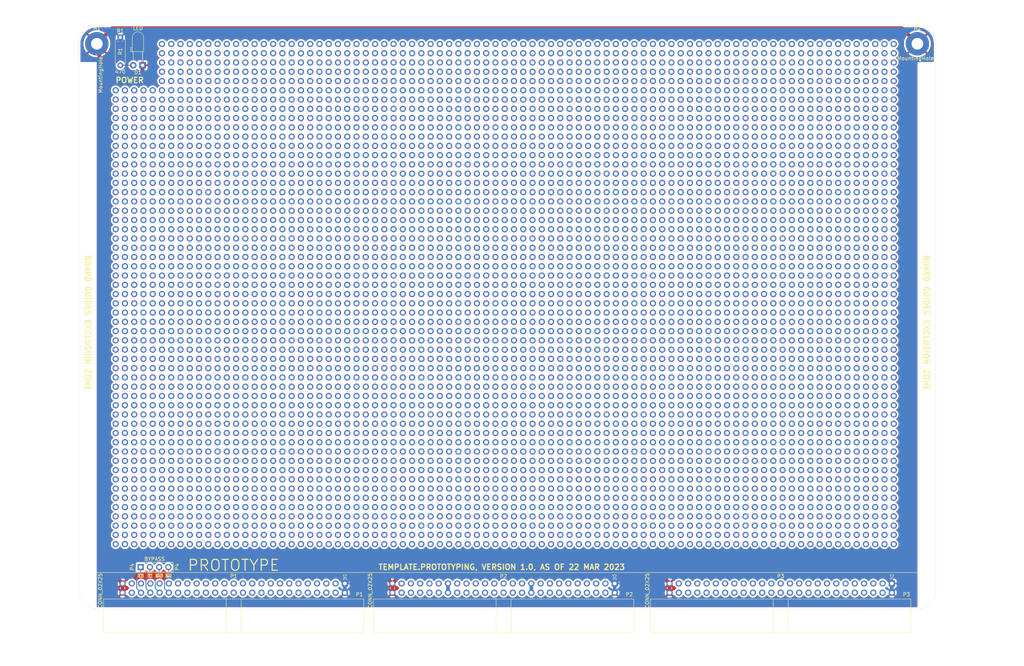
<source format=kicad_pcb>
(kicad_pcb (version 20211014) (generator pcbnew)
  (layers (0 "F.Cu" signal) (31 "B.Cu" signal) (34 "B.Paste" user) (35 "F.Paste" user) (36 "B.SilkS" user "B.Silkscreen") (37 "F.SilkS" user "F.Silkscreen") (38 "B.Mask" user) (39 "F.Mask" user) (44 "Edge.Cuts" user))
  (net 0 "")
  (net 1 "GND")
  (net 2 "VCC")
  (net 3 "Net-(D1-Pad2)")
  (net 4 "-12V")
  (net 5 "+12V")
  (net 6 "~{IEO}")
  (net 7 "~{IEI}")
  (net 8 "~{BAO}")
  (net 9 "~{BAI}")
  (net 196 "/bus/~{RD}")
  (net 197 "/bus/E")
  (net 198 "/bus/~{WR}")
  (net 199 "/bus/ST")
  (net 200 "/bus/~{IORQ}")
  (net 201 "/bus/PHI")
  (net 202 "/bus/~{MREQ}")
  (net 203 "/bus/~{INT2}")
  (net 204 "/bus/~{M1}")
  (net 205 "/bus/~{INT1}")
  (net 206 "/bus/~{BUSACK}")
  (net 207 "/bus/CRUCLK")
  (net 208 "/bus/CLK")
  (net 209 "/bus/CRUOUT")
  (net 210 "/bus/~{INT0}")
  (net 211 "/bus/CRUIN")
  (net 212 "/bus/~{NMI}")
  (net 213 "/bus/~{RES_IN}")
  (net 214 "/bus/~{RES_OUT}")
  (net 215 "/bus/USER8")
  (net 216 "/bus/~{BUSRQ}")
  (net 217 "/bus/USER7")
  (net 218 "/bus/~{WAIT}")
  (net 219 "/bus/USER6")
  (net 220 "/bus/~{HALT}")
  (net 221 "/bus/USER5")
  (net 222 "/bus/~{RFSH}")
  (net 223 "/bus/USER4")
  (net 224 "/bus/~{EIRQ7}")
  (net 225 "/bus/USER3")
  (net 226 "/bus/~{EIRQ6}")
  (net 227 "/bus/USER2")
  (net 228 "/bus/~{EIRQ5}")
  (net 229 "/bus/USER1")
  (net 230 "/bus/~{EIRQ4}")
  (net 231 "/bus/USER0")
  (net 232 "/bus/~{EIRQ3}")
  (net 233 "/bus/~{EIRQ2}")
  (net 234 "/bus/~{EIRQ1}")
  (net 235 "/bus/~{EIRQ0}")
  (net 236 "/bus/I2C_SCL")
  (net 237 "/bus/I2C_SDA")
  (net 238 "/bus/A15")
  (net 239 "/bus/A31")
  (net 240 "/bus/A14")
  (net 241 "/bus/A30")
  (net 242 "/bus/A13")
  (net 243 "/bus/A29")
  (net 244 "/bus/A12")
  (net 245 "/bus/A28")
  (net 246 "/bus/A11")
  (net 247 "/bus/A27")
  (net 248 "/bus/A10")
  (net 249 "/bus/A26")
  (net 250 "/bus/A9")
  (net 251 "/bus/A25")
  (net 252 "/bus/A8")
  (net 253 "/bus/A24")
  (net 254 "/bus/A7")
  (net 255 "/bus/A23")
  (net 256 "/bus/A6")
  (net 257 "/bus/A22")
  (net 258 "/bus/A5")
  (net 259 "/bus/A21")
  (net 260 "/bus/A4")
  (net 261 "/bus/A20")
  (net 262 "/bus/A3")
  (net 263 "/bus/A19")
  (net 264 "/bus/A2")
  (net 265 "/bus/A18")
  (net 266 "/bus/A1")
  (net 267 "/bus/A17")
  (net 268 "/bus/A0")
  (net 269 "/bus/A16")
  (net 270 "/bus/IC3")
  (net 271 "/bus/~{TEND1}")
  (net 272 "/bus/IC2")
  (net 273 "/bus/~{DREQ1}")
  (net 274 "/bus/IC1")
  (net 275 "/bus/~{TEND0}")
  (net 276 "/bus/IC0")
  (net 277 "/bus/~{DREQ0}")
  (net 278 "/bus/AUXCLK1")
  (net 279 "/bus/AUXCLK0")
  (net 280 "/bus/D15")
  (net 281 "/bus/D31")
  (net 282 "/bus/D14")
  (net 283 "/bus/D30")
  (net 284 "/bus/D13")
  (net 285 "/bus/D29")
  (net 286 "/bus/D12")
  (net 287 "/bus/D28")
  (net 288 "/bus/D11")
  (net 289 "/bus/D27")
  (net 290 "/bus/D10")
  (net 291 "/bus/D26")
  (net 292 "/bus/D9")
  (net 293 "/bus/D25")
  (net 294 "/bus/D8")
  (net 295 "/bus/D24")
  (net 296 "/bus/D7")
  (net 297 "/bus/D23")
  (net 298 "/bus/D6")
  (net 299 "/bus/D22")
  (net 300 "/bus/D5")
  (net 301 "/bus/D21")
  (net 302 "/bus/D4")
  (net 303 "/bus/D20")
  (net 304 "/bus/D3")
  (net 305 "/bus/D19")
  (net 306 "/bus/D2")
  (net 307 "/bus/D18")
  (net 308 "/bus/D1")
  (net 309 "/bus/D17")
  (net 310 "/bus/D0")
  (net 311 "/bus/D16")
  (net 312 "/bus/~{BUSERR}")
  (net 313 "/bus/UDS")
  (net 314 "/bus/~{VPA}")
  (net 315 "/bus/LDS")
  (net 316 "/bus/~{VMA}")
  (net 317 "/bus/S2")
  (net 318 "/bus/~{BHE}")
  (net 319 "/bus/S1")
  (net 320 "/bus/IPL2")
  (net 321 "/bus/S0")
  (net 322 "/bus/IPL1")
  (net 323 "/bus/AUXCLK3")
  (net 324 "/bus/IPL0")
  (net 325 "/bus/AUXCLK2")
  (footprint "Connector_IDC:IDC-Header_2x25_P2.54mm_Horizontal" (layer "F.Cu") (at 108 223 -90)
    (fp_text reference "P1")
    (fp_text value "CONN_02X25")
  )
  (footprint "Connector_IDC:IDC-Header_2x25_P2.54mm_Horizontal" (layer "F.Cu") (at 182 223 -90)
    (fp_text reference "P2")
    (fp_text value "CONN_02X25")
  )
  (footprint "MountingHole:MountingHole_3.2mm_M3_Pad" (layer "F.Cu") (at 40 75)
    (fp_text reference "H1")
    (fp_text value "MountingHole")
  )
  (footprint "MountingHole:MountingHole_3.2mm_M3_Pad" (layer "F.Cu") (at 265 75)
    (fp_text reference "H2")
    (fp_text value "MountingHole")
  )
  (footprint "Connector_IDC:IDC-Header_2x25_P2.54mm_Horizontal" (layer "F.Cu") (at 258 223 -90)
    (fp_text reference "P3")
    (fp_text value "CONN_02X25")
  )
  (footprint "LED_THT:LED_D3.0mm_Horizontal_O3.81mm_Z2.0mm" (layer "F.Cu") (at 52.526 80.902 180)
    (fp_text reference "D1")
    (fp_text value "LED")
  )
  (footprint "Resistor_THT:R_Axial_DIN0207_L6.3mm_D2.5mm_P7.62mm_Horizontal" (layer "F.Cu") (at 46.43 73.282 -90)
    (fp_text reference "R1")
    (fp_text value "470")
  )
  (footprint "Connector_PinHeader_2.54mm:PinHeader_1x04_P2.54mm_Vertical" (layer "F.Cu") (at 52 218.5 90)
    (fp_text reference "P4")
    (fp_text value "BYPASS")
  )
  (footprint "PTHelement:PTHelement" (layer "F.Cu") (at 57.86 75.06)
    (fp_text reference "J11")
    (fp_text value "PTH")
  )
  (footprint "PTHelement:PTHelement" (layer "F.Cu") (at 57.86 87.76)
    (fp_text reference "J12")
    (fp_text value "PTH")
  )
  (footprint "PTHelement:PTHelement" (layer "F.Cu") (at 57.86 100.46)
    (fp_text reference "J13")
    (fp_text value "PTH")
  )
  (footprint "PTHelement:PTHelement" (layer "F.Cu") (at 57.86 113.16)
    (fp_text reference "J14")
    (fp_text value "PTH")
  )
  (footprint "PTHelement:PTHelement" (layer "F.Cu") (at 57.86 125.86)
    (fp_text reference "J15")
    (fp_text value "PTH")
  )
  (footprint "PTHelement:PTHelement" (layer "F.Cu") (at 57.86 138.56)
    (fp_text reference "J16")
    (fp_text value "PTH")
  )
  (footprint "PTHelement:PTHelement" (layer "F.Cu") (at 57.86 151.26)
    (fp_text reference "J17")
    (fp_text value "PTH")
  )
  (footprint "PTHelement:PTHelement" (layer "F.Cu") (at 57.86 163.96)
    (fp_text reference "J18")
    (fp_text value "PTH")
  )
  (footprint "PTHelement:PTHelement" (layer "F.Cu") (at 57.86 176.66)
    (fp_text reference "J19")
    (fp_text value "PTH")
  )
  (footprint "PTHelement:PTHelement" (layer "F.Cu") (at 57.86 189.36)
    (fp_text reference "J20")
    (fp_text value "PTH")
  )
  (footprint "PTHelement:PTHelement" (layer "F.Cu") (at 57.86 202.06)
    (fp_text reference "J21")
    (fp_text value "PTH")
  )
  (footprint "PTHelement:PTHelement" (layer "F.Cu") (at 70.56 75.06)
    (fp_text reference "J22")
    (fp_text value "PTH")
  )
  (footprint "PTHelement:PTHelement" (layer "F.Cu") (at 70.56 87.76)
    (fp_text reference "J23")
    (fp_text value "PTH")
  )
  (footprint "PTHelement:PTHelement" (layer "F.Cu") (at 70.56 100.46)
    (fp_text reference "J24")
    (fp_text value "PTH")
  )
  (footprint "PTHelement:PTHelement" (layer "F.Cu") (at 70.56 113.16)
    (fp_text reference "J25")
    (fp_text value "PTH")
  )
  (footprint "PTHelement:PTHelement" (layer "F.Cu") (at 70.56 125.86)
    (fp_text reference "J26")
    (fp_text value "PTH")
  )
  (footprint "PTHelement:PTHelement" (layer "F.Cu") (at 70.56 138.56)
    (fp_text reference "J27")
    (fp_text value "PTH")
  )
  (footprint "PTHelement:PTHelement" (layer "F.Cu") (at 70.56 151.26)
    (fp_text reference "J28")
    (fp_text value "PTH")
  )
  (footprint "PTHelement:PTHelement" (layer "F.Cu") (at 70.56 163.96)
    (fp_text reference "J29")
    (fp_text value "PTH")
  )
  (footprint "PTHelement:PTHelement" (layer "F.Cu") (at 70.56 176.66)
    (fp_text reference "J30")
    (fp_text value "PTH")
  )
  (footprint "PTHelement:PTHelement" (layer "F.Cu") (at 70.56 189.36)
    (fp_text reference "J31")
    (fp_text value "PTH")
  )
  (footprint "PTHelement:PTHelement" (layer "F.Cu") (at 70.56 202.06)
    (fp_text reference "J32")
    (fp_text value "PTH")
  )
  (footprint "PTHelement:PTHelement" (layer "F.Cu") (at 83.26 75.06)
    (fp_text reference "J33")
    (fp_text value "PTH")
  )
  (footprint "PTHelement:PTHelement" (layer "F.Cu") (at 83.26 87.76)
    (fp_text reference "J34")
    (fp_text value "PTH")
  )
  (footprint "PTHelement:PTHelement" (layer "F.Cu") (at 83.26 100.46)
    (fp_text reference "J35")
    (fp_text value "PTH")
  )
  (footprint "PTHelement:PTHelement" (layer "F.Cu") (at 83.26 113.16)
    (fp_text reference "J36")
    (fp_text value "PTH")
  )
  (footprint "PTHelement:PTHelement" (layer "F.Cu") (at 83.26 125.86)
    (fp_text reference "J37")
    (fp_text value "PTH")
  )
  (footprint "PTHelement:PTHelement" (layer "F.Cu") (at 83.26 138.56)
    (fp_text reference "J38")
    (fp_text value "PTH")
  )
  (footprint "PTHelement:PTHelement" (layer "F.Cu") (at 83.26 151.26)
    (fp_text reference "J39")
    (fp_text value "PTH")
  )
  (footprint "PTHelement:PTHelement" (layer "F.Cu") (at 83.26 163.96)
    (fp_text reference "J40")
    (fp_text value "PTH")
  )
  (footprint "PTHelement:PTHelement" (layer "F.Cu") (at 83.26 176.66)
    (fp_text reference "J41")
    (fp_text value "PTH")
  )
  (footprint "PTHelement:PTHelement" (layer "F.Cu") (at 83.26 189.36)
    (fp_text reference "J42")
    (fp_text value "PTH")
  )
  (footprint "PTHelement:PTHelement" (layer "F.Cu") (at 83.26 202.06)
    (fp_text reference "J43")
    (fp_text value "PTH")
  )
  (footprint "PTHelement:PTHelement" (layer "F.Cu") (at 95.96 75.06)
    (fp_text reference "J44")
    (fp_text value "PTH")
  )
  (footprint "PTHelement:PTHelement" (layer "F.Cu") (at 95.96 87.76)
    (fp_text reference "J45")
    (fp_text value "PTH")
  )
  (footprint "PTHelement:PTHelement" (layer "F.Cu") (at 95.96 100.46)
    (fp_text reference "J46")
    (fp_text value "PTH")
  )
  (footprint "PTHelement:PTHelement" (layer "F.Cu") (at 95.96 113.16)
    (fp_text reference "J47")
    (fp_text value "PTH")
  )
  (footprint "PTHelement:PTHelement" (layer "F.Cu") (at 95.96 125.86)
    (fp_text reference "J48")
    (fp_text value "PTH")
  )
  (footprint "PTHelement:PTHelement" (layer "F.Cu") (at 95.96 138.56)
    (fp_text reference "J49")
    (fp_text value "PTH")
  )
  (footprint "PTHelement:PTHelement" (layer "F.Cu") (at 95.96 151.26)
    (fp_text reference "J50")
    (fp_text value "PTH")
  )
  (footprint "PTHelement:PTHelement" (layer "F.Cu") (at 95.96 163.96)
    (fp_text reference "J51")
    (fp_text value "PTH")
  )
  (footprint "PTHelement:PTHelement" (layer "F.Cu") (at 95.96 176.66)
    (fp_text reference "J52")
    (fp_text value "PTH")
  )
  (footprint "PTHelement:PTHelement" (layer "F.Cu") (at 95.96 189.36)
    (fp_text reference "J53")
    (fp_text value "PTH")
  )
  (footprint "PTHelement:PTHelement" (layer "F.Cu") (at 95.96 202.06)
    (fp_text reference "J54")
    (fp_text value "PTH")
  )
  (footprint "PTHelement:PTHelement" (layer "F.Cu") (at 108.66 75.06)
    (fp_text reference "J55")
    (fp_text value "PTH")
  )
  (footprint "PTHelement:PTHelement" (layer "F.Cu") (at 108.66 87.76)
    (fp_text reference "J56")
    (fp_text value "PTH")
  )
  (footprint "PTHelement:PTHelement" (layer "F.Cu") (at 108.66 100.46)
    (fp_text reference "J57")
    (fp_text value "PTH")
  )
  (footprint "PTHelement:PTHelement" (layer "F.Cu") (at 108.66 113.16)
    (fp_text reference "J58")
    (fp_text value "PTH")
  )
  (footprint "PTHelement:PTHelement" (layer "F.Cu") (at 108.66 125.86)
    (fp_text reference "J59")
    (fp_text value "PTH")
  )
  (footprint "PTHelement:PTHelement" (layer "F.Cu") (at 108.66 138.56)
    (fp_text reference "J60")
    (fp_text value "PTH")
  )
  (footprint "PTHelement:PTHelement" (layer "F.Cu") (at 108.66 151.26)
    (fp_text reference "J61")
    (fp_text value "PTH")
  )
  (footprint "PTHelement:PTHelement" (layer "F.Cu") (at 108.66 163.96)
    (fp_text reference "J62")
    (fp_text value "PTH")
  )
  (footprint "PTHelement:PTHelement" (layer "F.Cu") (at 108.66 176.66)
    (fp_text reference "J63")
    (fp_text value "PTH")
  )
  (footprint "PTHelement:PTHelement" (layer "F.Cu") (at 108.66 202.06)
    (fp_text reference "J65")
    (fp_text value "PTH")
  )
  (footprint "PTHelement:PTHelement" (layer "F.Cu") (at 121.36 75.06)
    (fp_text reference "J66")
    (fp_text value "PTH")
  )
  (footprint "PTHelement:PTHelement" (layer "F.Cu") (at 108.66 189.36)
    (fp_text reference "J64")
    (fp_text value "PTH")
  )
  (footprint "PTHelement:PTHelement" (layer "F.Cu") (at 121.36 87.76)
    (fp_text reference "J67")
    (fp_text value "PTH")
  )
  (footprint "PTHelement:PTHelement" (layer "F.Cu") (at 121.36 100.46)
    (fp_text reference "J68")
    (fp_text value "PTH")
  )
  (footprint "PTHelement:PTHelement" (layer "F.Cu") (at 121.36 113.16)
    (fp_text reference "J69")
    (fp_text value "PTH")
  )
  (footprint "PTHelement:PTHelement" (layer "F.Cu") (at 121.36 125.86)
    (fp_text reference "J70")
    (fp_text value "PTH")
  )
  (footprint "PTHelement:PTHelement" (layer "F.Cu") (at 121.36 138.56)
    (fp_text reference "J71")
    (fp_text value "PTH")
  )
  (footprint "PTHelement:PTHelement" (layer "F.Cu") (at 121.36 151.26)
    (fp_text reference "J72")
    (fp_text value "PTH")
  )
  (footprint "PTHelement:PTHelement" (layer "F.Cu") (at 121.36 163.96)
    (fp_text reference "J73")
    (fp_text value "PTH")
  )
  (footprint "PTHelement:PTHelement" (layer "F.Cu") (at 121.36 176.66)
    (fp_text reference "J74")
    (fp_text value "PTH")
  )
  (footprint "PTHelement:PTHelement" (layer "F.Cu") (at 121.36 189.36)
    (fp_text reference "J75")
    (fp_text value "PTH")
  )
  (footprint "PTHelement:PTHelement" (layer "F.Cu") (at 121.36 202.06)
    (fp_text reference "J76")
    (fp_text value "PTH")
  )
  (footprint "PTHelement:PTHelement" (layer "F.Cu") (at 134.06 75.06)
    (fp_text reference "J77")
    (fp_text value "PTH")
  )
  (footprint "PTHelement:PTHelement" (layer "F.Cu") (at 134.06 87.76)
    (fp_text reference "J78")
    (fp_text value "PTH")
  )
  (footprint "PTHelement:PTHelement" (layer "F.Cu") (at 134.06 100.46)
    (fp_text reference "J79")
    (fp_text value "PTH")
  )
  (footprint "PTHelement:PTHelement" (layer "F.Cu") (at 134.06 113.16)
    (fp_text reference "J80")
    (fp_text value "PTH")
  )
  (footprint "PTHelement:PTHelement" (layer "F.Cu") (at 134.06 125.86)
    (fp_text reference "J81")
    (fp_text value "PTH")
  )
  (footprint "PTHelement:PTHelement" (layer "F.Cu") (at 134.06 138.56)
    (fp_text reference "J82")
    (fp_text value "PTH")
  )
  (footprint "PTHelement:PTHelement" (layer "F.Cu") (at 134.06 151.26)
    (fp_text reference "J83")
    (fp_text value "PTH")
  )
  (footprint "PTHelement:PTHelement" (layer "F.Cu") (at 134.06 163.96)
    (fp_text reference "J84")
    (fp_text value "PTH")
  )
  (footprint "PTHelement:PTHelement" (layer "F.Cu") (at 134.06 176.66)
    (fp_text reference "J85")
    (fp_text value "PTH")
  )
  (footprint "PTHelement:PTHelement" (layer "F.Cu") (at 134.06 189.36)
    (fp_text reference "J86")
    (fp_text value "PTH")
  )
  (footprint "PTHelement:PTHelement" (layer "F.Cu") (at 134.06 202.06)
    (fp_text reference "J87")
    (fp_text value "PTH")
  )
  (footprint "PTHelement:PTHelement" (layer "F.Cu") (at 146.76 75.06)
    (fp_text reference "J88")
    (fp_text value "PTH")
  )
  (footprint "PTHelement:PTHelement" (layer "F.Cu") (at 146.76 87.76)
    (fp_text reference "J89")
    (fp_text value "PTH")
  )
  (footprint "PTHelement:PTHelement" (layer "F.Cu") (at 146.76 100.46)
    (fp_text reference "J90")
    (fp_text value "PTH")
  )
  (footprint "PTHelement:PTHelement" (layer "F.Cu") (at 146.76 113.16)
    (fp_text reference "J91")
    (fp_text value "PTH")
  )
  (footprint "PTHelement:PTHelement" (layer "F.Cu") (at 146.76 125.86)
    (fp_text reference "J92")
    (fp_text value "PTH")
  )
  (footprint "PTHelement:PTHelement" (layer "F.Cu") (at 146.76 138.56)
    (fp_text reference "J93")
    (fp_text value "PTH")
  )
  (footprint "PTHelement:PTHelement" (layer "F.Cu") (at 146.76 151.26)
    (fp_text reference "J94")
    (fp_text value "PTH")
  )
  (footprint "PTHelement:PTHelement" (layer "F.Cu") (at 146.76 163.96)
    (fp_text reference "J95")
    (fp_text value "PTH")
  )
  (footprint "PTHelement:PTHelement" (layer "F.Cu") (at 146.76 176.66)
    (fp_text reference "J96")
    (fp_text value "PTH")
  )
  (footprint "PTHelement:PTHelement" (layer "F.Cu") (at 146.76 189.36)
    (fp_text reference "J97")
    (fp_text value "PTH")
  )
  (footprint "PTHelement:PTHelement" (layer "F.Cu") (at 146.76 202.06)
    (fp_text reference "J98")
    (fp_text value "PTH")
  )
  (footprint "PTHelement:PTHelement" (layer "F.Cu") (at 159.46 75.06)
    (fp_text reference "J99")
    (fp_text value "PTH")
  )
  (footprint "PTHelement:PTHelement" (layer "F.Cu") (at 159.46 87.76)
    (fp_text reference "J100")
    (fp_text value "PTH")
  )
  (footprint "PTHelement:PTHelement" (layer "F.Cu") (at 159.46 100.46)
    (fp_text reference "J101")
    (fp_text value "PTH")
  )
  (footprint "PTHelement:PTHelement" (layer "F.Cu") (at 159.46 113.16)
    (fp_text reference "J102")
    (fp_text value "PTH")
  )
  (footprint "PTHelement:PTHelement" (layer "F.Cu") (at 159.46 125.86)
    (fp_text reference "J103")
    (fp_text value "PTH")
  )
  (footprint "PTHelement:PTHelement" (layer "F.Cu") (at 159.46 138.56)
    (fp_text reference "J104")
    (fp_text value "PTH")
  )
  (footprint "PTHelement:PTHelement" (layer "F.Cu") (at 159.46 151.26)
    (fp_text reference "J105")
    (fp_text value "PTH")
  )
  (footprint "PTHelement:PTHelement" (layer "F.Cu") (at 159.46 163.96)
    (fp_text reference "J106")
    (fp_text value "PTH")
  )
  (footprint "PTHelement:PTHelement" (layer "F.Cu") (at 159.46 176.66)
    (fp_text reference "J107")
    (fp_text value "PTH")
  )
  (footprint "PTHelement:PTHelement" (layer "F.Cu") (at 159.46 189.36)
    (fp_text reference "J108")
    (fp_text value "PTH")
  )
  (footprint "PTHelement:PTHelement" (layer "F.Cu") (at 159.46 202.06)
    (fp_text reference "J109")
    (fp_text value "PTH")
  )
  (footprint "PTHelement:PTHelement" (layer "F.Cu") (at 172.16 75.06)
    (fp_text reference "J110")
    (fp_text value "PTH")
  )
  (footprint "PTHelement:PTHelement" (layer "F.Cu") (at 172.16 87.76)
    (fp_text reference "J111")
    (fp_text value "PTH")
  )
  (footprint "PTHelement:PTHelement" (layer "F.Cu") (at 172.16 100.46)
    (fp_text reference "J112")
    (fp_text value "PTH")
  )
  (footprint "PTHelement:PTHelement" (layer "F.Cu") (at 172.16 113.16)
    (fp_text reference "J113")
    (fp_text value "PTH")
  )
  (footprint "PTHelement:PTHelement" (layer "F.Cu") (at 172.16 125.86)
    (fp_text reference "J114")
    (fp_text value "PTH")
  )
  (footprint "PTHelement:PTHelement" (layer "F.Cu") (at 172.16 138.56)
    (fp_text reference "J115")
    (fp_text value "PTH")
  )
  (footprint "PTHelement:PTHelement" (layer "F.Cu") (at 172.16 151.26)
    (fp_text reference "J116")
    (fp_text value "PTH")
  )
  (footprint "PTHelement:PTHelement" (layer "F.Cu") (at 172.16 163.96)
    (fp_text reference "J117")
    (fp_text value "PTH")
  )
  (footprint "PTHelement:PTHelement" (layer "F.Cu") (at 172.16 176.66)
    (fp_text reference "J118")
    (fp_text value "PTH")
  )
  (footprint "PTHelement:PTHelement" (layer "F.Cu") (at 172.16 189.36)
    (fp_text reference "J119")
    (fp_text value "PTH")
  )
  (footprint "PTHelement:PTHelement" (layer "F.Cu") (at 172.16 202.06)
    (fp_text reference "J120")
    (fp_text value "PTH")
  )
  (footprint "PTHelement:PTHelement" (layer "F.Cu") (at 184.86 75.06)
    (fp_text reference "J121")
    (fp_text value "PTH")
  )
  (footprint "PTHelement:PTHelement" (layer "F.Cu") (at 184.86 87.76)
    (fp_text reference "J122")
    (fp_text value "PTH")
  )
  (footprint "PTHelement:PTHelement" (layer "F.Cu") (at 184.86 100.46)
    (fp_text reference "J123")
    (fp_text value "PTH")
  )
  (footprint "PTHelement:PTHelement" (layer "F.Cu") (at 184.86 113.16)
    (fp_text reference "J124")
    (fp_text value "PTH")
  )
  (footprint "PTHelement:PTHelement" (layer "F.Cu") (at 184.86 125.86)
    (fp_text reference "J125")
    (fp_text value "PTH")
  )
  (footprint "PTHelement:PTHelement" (layer "F.Cu") (at 184.86 138.56)
    (fp_text reference "J126")
    (fp_text value "PTH")
  )
  (footprint "PTHelement:PTHelement" (layer "F.Cu") (at 184.86 151.26)
    (fp_text reference "J127")
    (fp_text value "PTH")
  )
  (footprint "PTHelement:PTHelement" (layer "F.Cu") (at 184.86 163.96)
    (fp_text reference "J128")
    (fp_text value "PTH")
  )
  (footprint "PTHelement:PTHelement" (layer "F.Cu") (at 184.86 176.66)
    (fp_text reference "J129")
    (fp_text value "PTH")
  )
  (footprint "PTHelement:PTHelement" (layer "F.Cu") (at 184.86 189.36)
    (fp_text reference "J130")
    (fp_text value "PTH")
  )
  (footprint "PTHelement:PTHelement" (layer "F.Cu") (at 184.86 202.06)
    (fp_text reference "J131")
    (fp_text value "PTH")
  )
  (footprint "PTHelement:PTHelement" (layer "F.Cu") (at 197.56 75.06)
    (fp_text reference "J132")
    (fp_text value "PTH")
  )
  (footprint "PTHelement:PTHelement" (layer "F.Cu") (at 197.56 87.76)
    (fp_text reference "J133")
    (fp_text value "PTH")
  )
  (footprint "PTHelement:PTHelement" (layer "F.Cu") (at 197.56 100.46)
    (fp_text reference "J134")
    (fp_text value "PTH")
  )
  (footprint "PTHelement:PTHelement" (layer "F.Cu") (at 197.56 113.16)
    (fp_text reference "J135")
    (fp_text value "PTH")
  )
  (footprint "PTHelement:PTHelement" (layer "F.Cu") (at 197.56 125.86)
    (fp_text reference "J136")
    (fp_text value "PTH")
  )
  (footprint "PTHelement:PTHelement" (layer "F.Cu") (at 197.56 138.56)
    (fp_text reference "J137")
    (fp_text value "PTH")
  )
  (footprint "PTHelement:PTHelement" (layer "F.Cu") (at 197.56 151.26)
    (fp_text reference "J138")
    (fp_text value "PTH")
  )
  (footprint "PTHelement:PTHelement" (layer "F.Cu") (at 197.56 163.96)
    (fp_text reference "J139")
    (fp_text value "PTH")
  )
  (footprint "PTHelement:PTHelement" (layer "F.Cu") (at 197.56 176.66)
    (fp_text reference "J140")
    (fp_text value "PTH")
  )
  (footprint "PTHelement:PTHelement" (layer "F.Cu") (at 197.56 189.36)
    (fp_text reference "J141")
    (fp_text value "PTH")
  )
  (footprint "PTHelement:PTHelement" (layer "F.Cu") (at 197.56 202.06)
    (fp_text reference "J142")
    (fp_text value "PTH")
  )
  (footprint "PTHelement:PTHelement" (layer "F.Cu") (at 210.26 75.06)
    (fp_text reference "J143")
    (fp_text value "PTH")
  )
  (footprint "PTHelement:PTHelement" (layer "F.Cu") (at 210.26 87.76)
    (fp_text reference "J144")
    (fp_text value "PTH")
  )
  (footprint "PTHelement:PTHelement" (layer "F.Cu") (at 210.26 100.46)
    (fp_text reference "J145")
    (fp_text value "PTH")
  )
  (footprint "PTHelement:PTHelement" (layer "F.Cu") (at 210.26 113.16)
    (fp_text reference "J146")
    (fp_text value "PTH")
  )
  (footprint "PTHelement:PTHelement" (layer "F.Cu") (at 210.26 125.86)
    (fp_text reference "J147")
    (fp_text value "PTH")
  )
  (footprint "PTHelement:PTHelement" (layer "F.Cu") (at 210.26 138.56)
    (fp_text reference "J148")
    (fp_text value "PTH")
  )
  (footprint "PTHelement:PTHelement" (layer "F.Cu") (at 210.26 151.26)
    (fp_text reference "J149")
    (fp_text value "PTH")
  )
  (footprint "PTHelement:PTHelement" (layer "F.Cu") (at 210.26 163.96)
    (fp_text reference "J150")
    (fp_text value "PTH")
  )
  (footprint "PTHelement:PTHelement" (layer "F.Cu") (at 210.26 176.66)
    (fp_text reference "J151")
    (fp_text value "PTH")
  )
  (footprint "PTHelement:PTHelement" (layer "F.Cu") (at 210.26 189.36)
    (fp_text reference "J152")
    (fp_text value "PTH")
  )
  (footprint "PTHelement:PTHelement" (layer "F.Cu") (at 210.26 202.06)
    (fp_text reference "J153")
    (fp_text value "PTH")
  )
  (footprint "PTHelement:PTHelement" (layer "F.Cu") (at 222.96 75.06)
    (fp_text reference "J154")
    (fp_text value "PTH")
  )
  (footprint "PTHelement:PTHelement" (layer "F.Cu") (at 222.96 87.76)
    (fp_text reference "J155")
    (fp_text value "PTH")
  )
  (footprint "PTHelement:PTHelement" (layer "F.Cu") (at 222.96 100.46)
    (fp_text reference "J156")
    (fp_text value "PTH")
  )
  (footprint "PTHelement:PTHelement" (layer "F.Cu") (at 222.96 113.16)
    (fp_text reference "J157")
    (fp_text value "PTH")
  )
  (footprint "PTHelement:PTHelement" (layer "F.Cu") (at 222.96 125.86)
    (fp_text reference "J158")
    (fp_text value "PTH")
  )
  (footprint "PTHelement:PTHelement" (layer "F.Cu") (at 222.96 138.56)
    (fp_text reference "J159")
    (fp_text value "PTH")
  )
  (footprint "PTHelement:PTHelement" (layer "F.Cu") (at 222.96 151.26)
    (fp_text reference "J160")
    (fp_text value "PTH")
  )
  (footprint "PTHelement:PTHelement" (layer "F.Cu") (at 222.96 163.96)
    (fp_text reference "J161")
    (fp_text value "PTH")
  )
  (footprint "PTHelement:PTHelement" (layer "F.Cu") (at 222.96 176.66)
    (fp_text reference "J162")
    (fp_text value "PTH")
  )
  (footprint "PTHelement:PTHelement" (layer "F.Cu") (at 222.96 189.36)
    (fp_text reference "J163")
    (fp_text value "PTH")
  )
  (footprint "PTHelement:PTHelement" (layer "F.Cu") (at 222.96 202.06)
    (fp_text reference "J164")
    (fp_text value "PTH")
  )
  (footprint "PTHelement:PTHelement" (layer "F.Cu") (at 235.66 75.06)
    (fp_text reference "J165")
    (fp_text value "PTH")
  )
  (footprint "PTHelement:PTHelement" (layer "F.Cu") (at 235.66 87.76)
    (fp_text reference "J166")
    (fp_text value "PTH")
  )
  (footprint "PTHelement:PTHelement" (layer "F.Cu") (at 235.66 100.46)
    (fp_text reference "J167")
    (fp_text value "PTH")
  )
  (footprint "PTHelement:PTHelement" (layer "F.Cu") (at 235.66 113.16)
    (fp_text reference "J168")
    (fp_text value "PTH")
  )
  (footprint "PTHelement:PTHelement" (layer "F.Cu") (at 235.66 125.86)
    (fp_text reference "J169")
    (fp_text value "PTH")
  )
  (footprint "PTHelement:PTHelement" (layer "F.Cu") (at 235.66 138.56)
    (fp_text reference "J170")
    (fp_text value "PTH")
  )
  (footprint "PTHelement:PTHelement" (layer "F.Cu") (at 235.66 151.26)
    (fp_text reference "J171")
    (fp_text value "PTH")
  )
  (footprint "PTHelement:PTHelement" (layer "F.Cu") (at 235.66 163.96)
    (fp_text reference "J172")
    (fp_text value "PTH")
  )
  (footprint "PTHelement:PTHelement" (layer "F.Cu") (at 235.66 176.66)
    (fp_text reference "J173")
    (fp_text value "PTH")
  )
  (footprint "PTHelement:PTHelement" (layer "F.Cu") (at 235.66 189.36)
    (fp_text reference "J174")
    (fp_text value "PTH")
  )
  (footprint "PTHelement:PTHelement" (layer "F.Cu") (at 235.66 202.06)
    (fp_text reference "J175")
    (fp_text value "PTH")
  )
  (footprint "PTHelement:PTHelement" (layer "F.Cu") (at 248.36 75.06)
    (fp_text reference "J176")
    (fp_text value "PTH")
  )
  (footprint "PTHelement:PTHelement" (layer "F.Cu") (at 248.36 87.76)
    (fp_text reference "J177")
    (fp_text value "PTH")
  )
  (footprint "PTHelement:PTHelement" (layer "F.Cu") (at 248.36 100.46)
    (fp_text reference "J178")
    (fp_text value "PTH")
  )
  (footprint "PTHelement:PTHelement" (layer "F.Cu") (at 248.36 113.16)
    (fp_text reference "J179")
    (fp_text value "PTH")
  )
  (footprint "PTHelement:PTHelement" (layer "F.Cu") (at 248.36 125.86)
    (fp_text reference "J180")
    (fp_text value "PTH")
  )
  (footprint "PTHelement:PTHelement" (layer "F.Cu") (at 248.36 138.56)
    (fp_text reference "J181")
    (fp_text value "PTH")
  )
  (footprint "PTHelement:PTHelement" (layer "F.Cu") (at 248.36 151.26)
    (fp_text reference "J182")
    (fp_text value "PTH")
  )
  (footprint "PTHelement:PTHelement" (layer "F.Cu") (at 248.36 163.96)
    (fp_text reference "J183")
    (fp_text value "PTH")
  )
  (footprint "PTHelement:PTHelement" (layer "F.Cu") (at 248.36 176.66)
    (fp_text reference "J184")
    (fp_text value "PTH")
  )
  (footprint "PTHelement:PTHelement" (layer "F.Cu") (at 248.36 189.36)
    (fp_text reference "J185")
    (fp_text value "PTH")
  )
  (footprint "PTHelement:PTHelement" (layer "F.Cu") (at 248.36 202.06)
    (fp_text reference "J186")
    (fp_text value "PTH")
  )
  (footprint "PTHelement:PTHelement" (layer "F.Cu") (at 45.16 113.16)
    (fp_text reference "J3")
    (fp_text value "PTH")
  )
  (footprint "PTHelement:PTHelement" (layer "F.Cu") (at 45.16 176.66)
    (fp_text reference "J8")
    (fp_text value "PTH")
  )
  (footprint "PTHelement:PTHelement" (layer "F.Cu") (at 45.16 163.96)
    (fp_text reference "J7")
    (fp_text value "PTH")
  )
  (footprint "PTHelement:PTHelement" (layer "F.Cu") (at 45.16 125.86)
    (fp_text reference "J4")
    (fp_text value "PTH")
  )
  (footprint "PTHelement:PTHelement" (layer "F.Cu") (at 45.16 138.56)
    (fp_text reference "J5")
    (fp_text value "PTH")
  )
  (footprint "PTHelement:PTHelement" (layer "F.Cu") (at 45.16 151.26)
    (fp_text reference "J6")
    (fp_text value "PTH")
  )
  (footprint "PTHelement:PTHelement" (layer "F.Cu") (at 45.16 100.46)
    (fp_text reference "J2")
    (fp_text value "PTH")
  )
  (footprint "PTHelement:PTHelement" (layer "F.Cu") (at 45.16 87.76)
    (fp_text reference "J1")
    (fp_text value "PTH")
  )
  (footprint "PTHelement:PTHelement" (layer "F.Cu") (at 45.16 189.36)
    (fp_text reference "J9")
    (fp_text value "PTH")
  )
  (footprint "PTHelement:PTHelement" (layer "F.Cu") (at 45.16 202.06)
    (fp_text reference "J10")
    (fp_text value "PTH")
  )
  (gr_line (start 40 220) (end 265 220) (layer "F.SilkS") (width 0.12))
  (gr_line (start 40 230) (end 265 230) (layer "Edge.Cuts") (width 0.05))
  (gr_line (start 270 225) (end 270 75) (layer "Edge.Cuts") (width 0.05))
  (gr_line (start 265 70) (end 40 70) (layer "Edge.Cuts") (width 0.05))
  (gr_line (start 35 75) (end 35 225) (layer "Edge.Cuts") (width 0.05))
  (gr_arc (start 270 225) (mid 268.535534 228.535534) (end 265 230) (layer "Edge.Cuts") (width 0.05))
  (gr_arc (start 40 230) (mid 36.464466 228.535534) (end 35 225) (layer "Edge.Cuts") (width 0.05))
  (gr_arc (start 35 75) (mid 36.464466 71.464466) (end 40 70) (layer "Edge.Cuts") (width 0.05))
  (gr_arc (start 265 70) (mid 268.535534 71.464466) (end 270 75) (layer "Edge.Cuts") (width 0.05))
  (gr_text "BOARD GUIDES EXCLUSION ZONE" (at 267.5 151.5 270) (layer "F.SilkS") (effects (font (size 1.5 1.5) (thickness 0.3))))
  (gr_text "BOARD GUIDES EXCLUSION ZONE" (at 37.5 151.5 270) (layer "F.SilkS") (effects (font (size 1.5 1.5) (thickness 0.3))))
  (gr_text "POWER" (at 49 85) (layer "F.SilkS") (effects (font (size 1.5 1.5) (thickness 0.3))))
  (gr_text "~{IEI}" (at 54.558 221) (layer "F.SilkS") (effects (font (size 0.7 0.7) (thickness 0.175))))
  (gr_text "~{BAO}" (at 57.098 221) (layer "F.SilkS") (effects (font (size 0.7 0.7) (thickness 0.175))))
  (gr_text "~{BAI}" (at 59.638 221) (layer "F.SilkS") (effects (font (size 0.7 0.7) (thickness 0.175))))
  (gr_text "PROTOTYPE" (at 77.5 218) (layer "F.SilkS") (effects (font (size 3 3) (thickness 0.3))))
  (gr_text "~{IEO}" (at 52 221) (layer "F.SilkS") (effects (font (size 0.7 0.7) (thickness 0.175))))
  (gr_text "TEMPLATE.PROTOTYPING, VERSION 1.0, AS OF 22 MAR 2023" (at 151 218.5) (layer "F.SilkS") (effects (font (size 1.5 1.5) (thickness 0.3))))
  (segment (start 47.04 223) (end 40.70001 216.66001) (width 1) (layer "F.Cu") (net 1))
  (segment (start 121.04 223) (end 129.04 215) (width 1) (layer "F.Cu") (net 1))
  (segment (start 47.04 223) (end 47.04 225.54) (width 1) (layer "F.Cu") (net 1))
  (segment (start 40.70001 85.70001) (end 40.70001 75.70001) (width 1) (layer "F.Cu") (net 1))
  (segment (start 265 75) (end 260.72501 70.72501) (width 1) (layer "F.Cu") (net 1))
  (segment (start 52.526 82.474) (end 49.29999 85.70001) (width 1) (layer "F.Cu") (net 1))
  (segment (start 52.526 80.902) (end 52.526 82.474) (width 1) (layer "F.Cu") (net 1))
  (segment (start 189.04 215) (end 197.04 223) (width 1) (layer "F.Cu") (net 1))
  (segment (start 260.72501 70.72501) (end 44.27499 70.72501) (width 1) (layer "F.Cu") (net 1))
  (segment (start 41 215) (end 40.70001 215.29999) (width 1) (layer "F.Cu") (net 1))
  (segment (start 197.04 223) (end 197.04 225.54) (width 1) (layer "F.Cu") (net 1))
  (segment (start 129.04 215) (end 189.04 215) (width 1) (layer "F.Cu") (net 1))
  (segment (start 40.70001 215.29999) (end 40.70001 85.70001) (width 1) (layer "F.Cu") (net 1))
  (segment (start 40.70001 216.66001) (end 40.70001 215.29999) (width 1) (layer "F.Cu") (net 1))
  (segment (start 113.04 215) (end 41 215) (width 1) (layer "F.Cu") (net 1))
  (segment (start 40.70001 75.70001) (end 40 75) (width 1) (layer "F.Cu") (net 1))
  (segment (start 121.04 223) (end 121.04 225.54) (width 1) (layer "F.Cu") (net 1))
  (segment (start 49.29999 85.70001) (end 40.70001 85.70001) (width 1) (layer "F.Cu") (net 1))
  (segment (start 121.04 223) (end 113.04 215) (width 1) (layer "F.Cu") (net 1))
  (segment (start 44.27499 70.72501) (end 40 75) (width 1) (layer "F.Cu") (net 1))
  (segment (start 40.70001 84.411988) (end 40.70001 210.70001) (width 1) (layer "B.Cu") (net 2))
  (segment (start 258 223) (end 258 225.54) (width 1) (layer "B.Cu") (net 2))
  (segment (start 45 215) (end 100 215) (width 1) (layer "B.Cu") (net 2))
  (segment (start 182 223) (end 190 215) (width 1) (layer "B.Cu") (net 2))
  (segment (start 116 215) (end 174 215) (width 1) (layer "B.Cu") (net 2))
  (segment (start 190 215) (end 250 215) (width 1) (layer "B.Cu") (net 2))
  (segment (start 100 215) (end 108 223) (width 1) (layer "B.Cu") (net 2))
  (segment (start 250 215) (end 258 223) (width 1) (layer "B.Cu") (net 2))
  (segment (start 46.43 78.681998) (end 40.70001 84.411988) (width 1) (layer "B.Cu") (net 2))
  (segment (start 182 223) (end 182 225.54) (width 1) (layer "B.Cu") (net 2))
  (segment (start 108 225.54) (end 108 223) (width 1) (layer "B.Cu") (net 2))
  (segment (start 46.43 73.282) (end 46.43 78.681998) (width 1) (layer "B.Cu") (net 2))
  (segment (start 174 215) (end 182 223) (width 1) (layer "B.Cu") (net 2))
  (segment (start 40.70001 210.70001) (end 45 215) (width 1) (layer "B.Cu") (net 2))
  (segment (start 108 223) (end 116 215) (width 1) (layer "B.Cu") (net 2))
  (segment (start 46.43 80.902) (end 49.986 80.902) (width 0.25) (layer "F.Cu") (net 3))
  (segment (start 136.28 223) (end 136.28 225.54) (width 1) (layer "B.Cu") (net 4))
  (segment (start 159.14 223) (end 159.14 225.54) (width 1) (layer "B.Cu") (net 5))
  (segment (start 52 219) (end 52 220.1753) (width 0.25) (layer "B.Cu") (net 6))
  (segment (start 52.12 225.54) (end 50.9219 224.3419) (width 0.25) (layer "B.Cu") (net 6))
  (segment (start 50.9219 221.2534) (end 52 220.1753) (width 0.25) (layer "B.Cu") (net 6))
  (segment (start 50.9219 224.3419) (end 50.9219 221.2534) (width 0.25) (layer "B.Cu") (net 6))
  (segment (start 53.462 221.2533) (end 54.54 220.1753) (width 0.25) (layer "B.Cu") (net 7))
  (segment (start 54.66 225.54) (end 53.462 224.342) (width 0.25) (layer "B.Cu") (net 7))
  (segment (start 53.462 224.342) (end 53.462 221.2533) (width 0.25) (layer "B.Cu") (net 7))
  (segment (start 54.54 219) (end 54.54 220.1753) (width 0.25) (layer "B.Cu") (net 7))
  (segment (start 57.08 219) (end 57.08 220.1753) (width 0.25) (layer "B.Cu") (net 8))
  (segment (start 57.2 225.54) (end 56.002 224.342) (width 0.25) (layer "B.Cu") (net 8))
  (segment (start 56.002 224.342) (end 56.002 221.2533) (width 0.25) (layer "B.Cu") (net 8))
  (segment (start 56.002 221.2533) (end 57.08 220.1753) (width 0.25) (layer "B.Cu") (net 8))
  (segment (start 59.74 225.54) (end 58.542 224.342) (width 0.25) (layer "B.Cu") (net 9))
  (segment (start 59.62 219) (end 59.62 220.1753) (width 0.25) (layer "B.Cu") (net 9))
  (segment (start 58.542 221.2533) (end 59.62 220.1753) (width 0.25) (layer "B.Cu") (net 9))
  (segment (start 58.542 224.342) (end 58.542 221.2533) (width 0.25) (layer "B.Cu") (net 9))
  (zone (net 1) (net_name "GND") (layer "F.Cu") (connect_pads (clearance 0.508)) (min_thickness 0.254) (fill yes (thermal_gap 0.508) (thermal_bridge_width 0.508))
    (polygon (pts (xy 270 230) (xy 35 230) (xy 35 70) (xy 270 70)))
  )
  (zone (net 0) (net_name "") (layers F&B.Cu) (connect_pads (clearance 0)) (min_thickness 0.254)
    (keepout (tracks not_allowed) (vias not_allowed) (pads allowed) (copperpour not_allowed) (footprints allowed))
    (fill (thermal_gap 0.508) (thermal_bridge_width 0.508))
    (polygon (pts (xy 40 230) (xy 35 230) (xy 35 80) (xy 40 80)))
  )
  (zone (net 0) (net_name "") (layers F&B.Cu) (connect_pads (clearance 0)) (min_thickness 0.254)
    (keepout (tracks not_allowed) (vias not_allowed) (pads allowed) (copperpour not_allowed) (footprints allowed))
    (fill (thermal_gap 0.508) (thermal_bridge_width 0.508))
    (polygon (pts (xy 270 230) (xy 265 230) (xy 265 80) (xy 270 80)))
  )
  (zone (net 2) (net_name "VCC") (layer "B.Cu") (connect_pads (clearance 0.508)) (min_thickness 0.254) (fill yes (thermal_gap 0.508) (thermal_bridge_width 0.508))
    (polygon (pts (xy 270 230) (xy 35 230) (xy 35 70) (xy 270 70)))
  )
)
</source>
